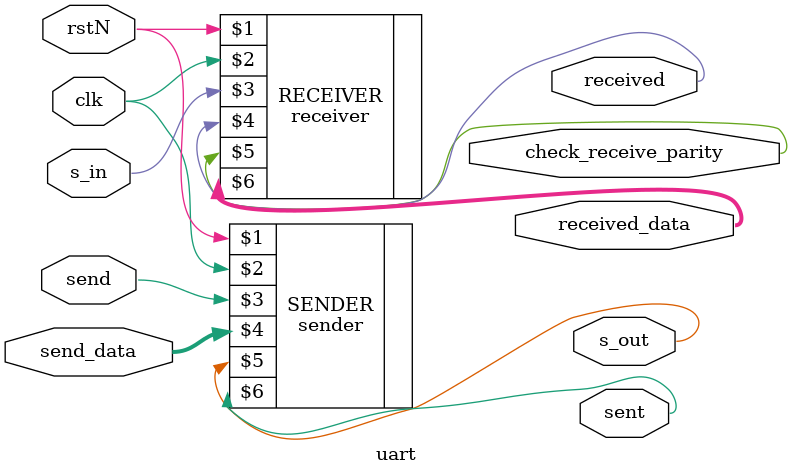
<source format=v>
module uart #(
    parameter START_SIG = 1
) (
    input           rstN,
    input           clk,
    input           s_in,
    input           send,
    input   [6:0]   send_data,
    output          s_out,
    output          sent,
    output          received,
    output  [6:0]   received_data,
    output          check_receive_parity
);

sender #(START_SIG) SENDER (rstN, clk, send, send_data, s_out, sent);
receiver #(START_SIG) RECEIVER (rstN, clk, s_in, received, check_receive_parity, received_data);
    
endmodule
</source>
